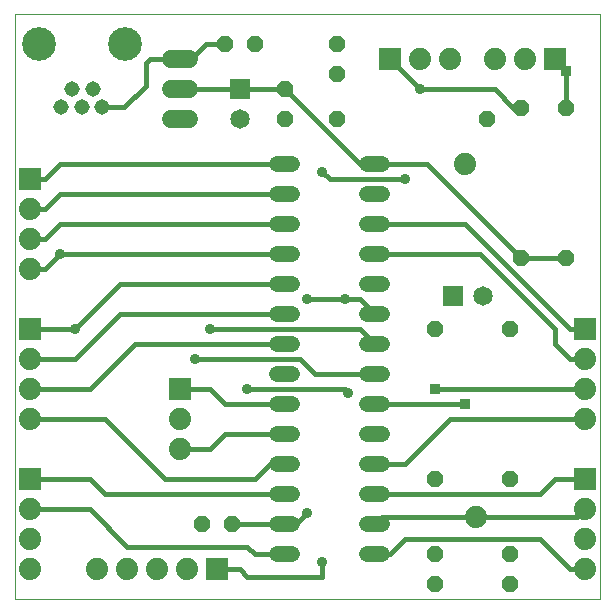
<source format=gtl>
G75*
G70*
%OFA0B0*%
%FSLAX24Y24*%
%IPPOS*%
%LPD*%
%AMOC8*
5,1,8,0,0,1.08239X$1,22.5*
%
%ADD10C,0.0000*%
%ADD11C,0.0520*%
%ADD12R,0.0650X0.0650*%
%ADD13C,0.0650*%
%ADD14OC8,0.0520*%
%ADD15R,0.0740X0.0740*%
%ADD16C,0.0740*%
%ADD17C,0.0515*%
%ADD18C,0.1122*%
%ADD19C,0.0600*%
%ADD20C,0.0160*%
%ADD21C,0.0356*%
%ADD22R,0.0356X0.0356*%
D10*
X000181Y000181D02*
X000181Y019681D01*
X019681Y019681D01*
X019681Y000181D01*
X000181Y000181D01*
D11*
X008921Y001681D02*
X009441Y001681D01*
X009441Y002681D02*
X008921Y002681D01*
X008921Y003681D02*
X009441Y003681D01*
X009441Y004681D02*
X008921Y004681D01*
X008921Y005681D02*
X009441Y005681D01*
X009441Y006681D02*
X008921Y006681D01*
X008921Y007681D02*
X009441Y007681D01*
X009441Y008681D02*
X008921Y008681D01*
X008921Y009681D02*
X009441Y009681D01*
X009441Y010681D02*
X008921Y010681D01*
X008921Y011681D02*
X009441Y011681D01*
X009441Y012681D02*
X008921Y012681D01*
X008921Y013681D02*
X009441Y013681D01*
X009441Y014681D02*
X008921Y014681D01*
X011921Y014681D02*
X012441Y014681D01*
X012441Y013681D02*
X011921Y013681D01*
X011921Y012681D02*
X012441Y012681D01*
X012441Y011681D02*
X011921Y011681D01*
X011921Y010681D02*
X012441Y010681D01*
X012441Y009681D02*
X011921Y009681D01*
X011921Y008681D02*
X012441Y008681D01*
X012441Y007681D02*
X011921Y007681D01*
X011921Y006681D02*
X012441Y006681D01*
X012441Y005681D02*
X011921Y005681D01*
X011921Y004681D02*
X012441Y004681D01*
X012441Y003681D02*
X011921Y003681D01*
X011921Y002681D02*
X012441Y002681D01*
X012441Y001681D02*
X011921Y001681D01*
D12*
X014806Y010306D03*
X007681Y017181D03*
D13*
X007681Y016181D03*
X015806Y010306D03*
D14*
X016681Y009181D03*
X017056Y011556D03*
X018556Y011556D03*
X014181Y009181D03*
X014181Y004181D03*
X014181Y001681D03*
X014181Y000681D03*
X016681Y000681D03*
X016681Y001681D03*
X016681Y004181D03*
X007431Y002681D03*
X006431Y002681D03*
X009181Y016181D03*
X009181Y017181D03*
X008181Y018681D03*
X007181Y018681D03*
X010931Y018681D03*
X010931Y017681D03*
X010931Y016181D03*
X015931Y016181D03*
X017056Y016556D03*
X018556Y016556D03*
D15*
X018181Y018181D03*
X012681Y018181D03*
X019181Y009181D03*
X019181Y004181D03*
X006931Y001181D03*
X005681Y007181D03*
X000681Y009181D03*
X000681Y014181D03*
X000681Y004181D03*
D16*
X000681Y003181D03*
X000681Y002181D03*
X000681Y001181D03*
X002931Y001181D03*
X003931Y001181D03*
X004931Y001181D03*
X005931Y001181D03*
X005681Y005181D03*
X005681Y006181D03*
X000681Y006181D03*
X000681Y007181D03*
X000681Y008181D03*
X000681Y011181D03*
X000681Y012181D03*
X000681Y013181D03*
X013681Y018181D03*
X014681Y018181D03*
X016181Y018181D03*
X017181Y018181D03*
X015181Y014681D03*
X019181Y008181D03*
X019181Y007181D03*
X019181Y006181D03*
X019181Y003181D03*
X019181Y002181D03*
X019181Y001181D03*
X015556Y002931D03*
D17*
X003101Y016581D03*
X002431Y016581D03*
X002101Y017201D03*
X001731Y016581D03*
X002791Y017201D03*
D18*
X003868Y018681D03*
X000994Y018681D03*
D19*
X005381Y018181D02*
X005981Y018181D01*
X005981Y017181D02*
X005381Y017181D01*
X005381Y016181D02*
X005981Y016181D01*
D20*
X005681Y017181D02*
X007681Y017181D01*
X009181Y017181D01*
X011681Y014681D01*
X012181Y014681D01*
X013931Y014681D01*
X017056Y011556D01*
X018556Y011556D01*
X018681Y009181D02*
X019181Y009181D01*
X018681Y009181D02*
X015181Y012681D01*
X012181Y012681D01*
X012181Y011681D02*
X015681Y011681D01*
X018181Y009181D01*
X018181Y008681D01*
X018681Y008181D01*
X019181Y008181D01*
X019181Y007181D02*
X014181Y007181D01*
X014681Y006181D02*
X019181Y006181D01*
X019181Y004181D02*
X018181Y004181D01*
X017681Y003681D01*
X012181Y003681D01*
X012431Y002931D02*
X015556Y002931D01*
X018931Y002931D01*
X019181Y003181D01*
X017681Y002181D02*
X013181Y002181D01*
X012681Y001681D01*
X012181Y001681D01*
X012181Y002681D02*
X012431Y002931D01*
X012181Y004681D02*
X013181Y004681D01*
X014681Y006181D01*
X015181Y006681D02*
X012181Y006681D01*
X011306Y007056D02*
X011181Y007181D01*
X007931Y007181D01*
X007181Y006681D02*
X009181Y006681D01*
X009181Y005681D02*
X007181Y005681D01*
X006681Y005181D01*
X005681Y005181D01*
X005181Y004181D02*
X008181Y004181D01*
X008681Y004681D01*
X009181Y004681D01*
X009181Y003681D02*
X003181Y003681D01*
X002681Y004181D01*
X000681Y004181D01*
X000681Y003181D02*
X002681Y003181D01*
X003931Y001931D01*
X007931Y001931D01*
X008181Y001681D01*
X009181Y001681D01*
X009181Y002681D02*
X009556Y002681D01*
X009931Y003056D01*
X009181Y002681D02*
X007431Y002681D01*
X007681Y001181D02*
X006931Y001181D01*
X007681Y001181D02*
X007931Y000931D01*
X010431Y000931D01*
X010431Y001431D01*
X007181Y006681D02*
X006681Y007181D01*
X005681Y007181D01*
X006181Y008181D02*
X009681Y008181D01*
X010181Y007681D01*
X012181Y007681D01*
X012181Y008681D02*
X011681Y009181D01*
X006681Y009181D01*
X004181Y008681D02*
X009181Y008681D01*
X009181Y009681D02*
X003681Y009681D01*
X002181Y008181D01*
X000681Y008181D01*
X000681Y007181D02*
X002681Y007181D01*
X004181Y008681D01*
X002181Y009181D02*
X003681Y010681D01*
X009181Y010681D01*
X009931Y010181D02*
X011181Y010181D01*
X011681Y010181D01*
X012181Y009681D01*
X009181Y011681D02*
X001681Y011681D01*
X001181Y011181D01*
X000681Y011181D01*
X000681Y012181D02*
X001181Y012181D01*
X001681Y012681D01*
X009181Y012681D01*
X009181Y013681D02*
X001681Y013681D01*
X001181Y013181D01*
X000681Y013181D01*
X000681Y014181D02*
X001181Y014181D01*
X001681Y014681D01*
X009181Y014681D01*
X010431Y014431D02*
X010681Y014181D01*
X013181Y014181D01*
X013681Y017181D02*
X016181Y017181D01*
X016806Y016556D01*
X017056Y016556D01*
X018556Y016556D02*
X018556Y017806D01*
X013681Y017181D02*
X012681Y018181D01*
X007181Y018681D02*
X006556Y018681D01*
X006056Y018181D01*
X005681Y018181D01*
X004681Y018181D01*
X004556Y018056D01*
X004556Y017306D01*
X003831Y016581D01*
X003101Y016581D01*
X002181Y009181D02*
X000681Y009181D01*
X000681Y006181D02*
X003181Y006181D01*
X005181Y004181D01*
X017681Y002181D02*
X018681Y001181D01*
X019181Y001181D01*
D21*
X011306Y007056D03*
X011181Y010181D03*
X009931Y010181D03*
X007931Y007181D03*
X006181Y008181D03*
X006681Y009181D03*
X002181Y009181D03*
X001681Y011681D03*
X009931Y003056D03*
X010431Y001431D03*
X013181Y014181D03*
X010431Y014431D03*
X013681Y017181D03*
D22*
X018556Y017806D03*
X014181Y007181D03*
X015181Y006681D03*
M02*

</source>
